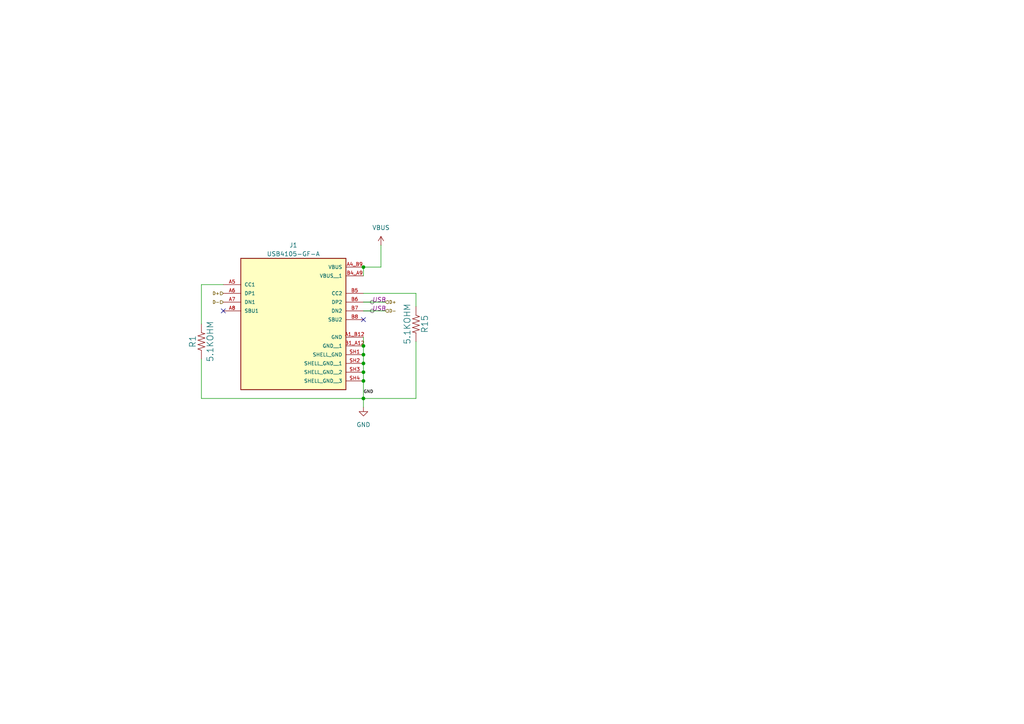
<source format=kicad_sch>
(kicad_sch (version 20231120) (generator "eeschema") (generator_version "8.0")
  (paper "A4")
  (lib_symbols
    (symbol "SparkFun_Qwiic_Micro_SAMD21E-eagle-import:10KOHM-0402-1/16W-1%"
      (property "Reference" "R" (at 0 1.524 0))
      (symbol "10KOHM-0402-1/16W-1%_1_0"
        (polyline (pts (xy -2.54 0) (xy -2.159 1.016)) (stroke (width 0.1524)))
        (polyline (pts (xy -2.159 1.016) (xy -1.524 -1.016)) (stroke (width 0.1524)))
        (polyline (pts (xy -1.524 -1.016) (xy -0.889 1.016)) (stroke (width 0.1524)))
        (polyline (pts (xy -0.889 1.016) (xy -0.254 -1.016)) (stroke (width 0.1524)))
        (polyline (pts (xy -0.254 -1.016) (xy 0.381 1.016)) (stroke (width 0.1524)))
        (polyline (pts (xy 0.381 1.016) (xy 1.016 -1.016)) (stroke (width 0.1524)))
        (polyline (pts (xy 1.016 -1.016) (xy 1.651 1.016)) (stroke (width 0.1524)))
        (polyline (pts (xy 1.651 1.016) (xy 2.286 -1.016)) (stroke (width 0.1524)))
        (polyline (pts (xy 2.286 -1.016) (xy 2.54 0)) (stroke (width 0.1524)))
        (pin passive line (at -5.08 0 0) (length 2.54) (name "1") (number "1"))
        (pin passive line (at 5.08 0 180) (length 2.54) (name "2") (number "2"))
      )
    )
    (symbol "USB4105-GF-A:USB4105-GF-A" (pin_names (offset 1.016))
      (property "Reference" "J" (at -15.24 13.97 0))
      (property "Value" "USB4105-GF-A" (at -15.24 -27.94 0))
      (symbol "USB4105-GF-A_0_0"
        (rectangle (start -15.24 -25.4) (end 15.24 12.7) (stroke (width 0.254)) (fill (type background)))
        (pin power_in line (at 20.32 -10.16 180) (length 5.08) (name "GND") (number "A1_B12"))
        (pin power_in line (at 20.32 10.16 180) (length 5.08) (name "VBUS") (number "A4_B9"))
        (pin bidirectional line (at -20.32 5.08 0) (length 5.08) (name "CC1") (number "A5"))
        (pin bidirectional line (at -20.32 2.54 0) (length 5.08) (name "DP1") (number "A6"))
        (pin bidirectional line (at -20.32 0 0) (length 5.08) (name "DN1") (number "A7"))
        (pin bidirectional line (at -20.32 -2.54 0) (length 5.08) (name "SBU1") (number "A8"))
        (pin power_in line (at 20.32 -12.7 180) (length 5.08) (name "GND__1") (number "B1_A12"))
        (pin power_in line (at 20.32 7.62 180) (length 5.08) (name "VBUS__1") (number "B4_A9"))
        (pin bidirectional line (at 20.32 2.54 180) (length 5.08) (name "CC2") (number "B5"))
        (pin bidirectional line (at 20.32 0 180) (length 5.08) (name "DP2") (number "B6"))
        (pin bidirectional line (at 20.32 -2.54 180) (length 5.08) (name "DN2") (number "B7"))
        (pin bidirectional line (at 20.32 -5.08 180) (length 5.08) (name "SBU2") (number "B8"))
        (pin power_in line (at 20.32 -15.24 180) (length 5.08) (name "SHELL_GND") (number "SH1"))
        (pin power_in line (at 20.32 -17.78 180) (length 5.08) (name "SHELL_GND__1") (number "SH2"))
        (pin power_in line (at 20.32 -20.32 180) (length 5.08) (name "SHELL_GND__2") (number "SH3"))
        (pin power_in line (at 20.32 -22.86 180) (length 5.08) (name "SHELL_GND__3") (number "SH4"))
      )
    )
    (symbol "power:GND" (power) (pin_names (offset 0))
      (property "Value" "GND" (at 0 -3.81 0))
      (symbol "GND_0_1"
        (polyline (pts (xy 0 0) (xy 0 -1.27) (xy 1.27 -1.27) (xy 0 -2.54) (xy -1.27 -1.27) (xy 0 -1.27)))
      )
      (symbol "GND_1_1"
        (pin power_in line (at 0 0 270) (length 0) hide (name "GND") (number "1"))
      )
    )
    (symbol "power:VBUS" (power) (pin_numbers hide) (pin_names (offset 0) hide)
      (property "Value" "VBUS" (at 0 3.556 0))
      (symbol "VBUS_0_1"
        (polyline (pts (xy -0.762 1.27) (xy 0 2.54)))
        (polyline (pts (xy 0 0) (xy 0 2.54)))
        (polyline (pts (xy 0 2.54) (xy 0.762 1.27)))
      )
      (symbol "VBUS_1_1"
        (pin power_in line (at 0 0 90) (length 0) (name "~") (number "1"))
      )
    )
  )
  (junction (at 105.41 115.57))
  (junction (at 105.41 105.41))
  (junction (at 105.41 110.49))
  (junction (at 105.41 107.95))
  (junction (at 105.41 102.87))
  (junction (at 105.41 100.33))
  (junction (at 105.41 77.47))
  (no_connect (at 64.77 90.17))
  (no_connect (at 105.41 92.71))
  (wire (pts (xy 105.41 107.95) (xy 105.41 110.49)))
  (wire (pts (xy 58.42 115.57) (xy 105.41 115.57)))
  (wire (pts (xy 105.41 100.33) (xy 105.41 102.87)))
  (wire (pts (xy 105.41 97.79) (xy 105.41 100.33)))
  (wire (pts (xy 105.41 77.47) (xy 105.41 80.01)))
  (wire (pts (xy 105.41 102.87) (xy 105.41 105.41)))
  (wire (pts (xy 58.42 93.98) (xy 58.42 82.55)))
  (wire (pts (xy 105.41 105.41) (xy 105.41 107.95)))
  (wire (pts (xy 58.42 82.55) (xy 64.77 82.55)))
  (wire (pts (xy 105.41 77.47) (xy 110.49 77.47)))
  (wire (pts (xy 105.41 85.09) (xy 120.65 85.09)))
  (wire (pts (xy 111.76 87.63) (xy 105.41 87.63)))
  (wire (pts (xy 58.42 104.14) (xy 58.42 115.57)))
  (wire (pts (xy 120.65 99.06) (xy 120.65 115.57)))
  (wire (pts (xy 105.41 110.49) (xy 105.41 115.57)))
  (wire (pts (xy 120.65 85.09) (xy 120.65 88.9)))
  (wire (pts (xy 120.65 115.57) (xy 105.41 115.57)))
  (wire (pts (xy 110.49 77.47) (xy 110.49 71.12)))
  (wire (pts (xy 111.76 90.17) (xy 105.41 90.17)))
  (wire (pts (xy 105.41 115.57) (xy 105.41 118.11)))
  (label "GND" (at 105.41 114.3 0) (effects (font (size 0.889 0.889))))
  (hierarchical_label "D+" (shape input) (at 111.76 87.63 0) (effects (font (size 0.889 0.889))))
  (hierarchical_label "D+" (shape input) (at 64.77 85.09 180) (effects (font (size 0.889 0.889))))
  (hierarchical_label "D-" (shape input) (at 111.76 90.17 0) (effects (font (size 0.889 0.889))))
  (hierarchical_label "D-" (shape input) (at 64.77 87.63 180) (effects (font (size 0.889 0.889))))
  (netclass_flag "" (length 2.54) (shape round) (at 105.41 90.17 270) (property "Netclass" "USB" (at 107.95 89.4715 0) (effects (font (italic yes)) (justify left))))
  (netclass_flag "" (length 2.54) (shape round) (at 105.41 87.63 270) (property "Netclass" "USB" (at 107.95 86.9315 0) (effects (font (italic yes)) (justify left))))
  (symbol (lib_id "SparkFun_Qwiic_Micro_SAMD21E-eagle-import:10KOHM-0402-1/16W-1%") (at 120.65 93.98 270) (unit 1)
    (property "Reference" "R15" (at 122.174 93.98 0) (effects (font (size 1.778 1.778)) (justify bottom)))
    (property "Value" "5.1KOHM" (at 119.126 93.98 0) (effects (font (size 1.778 1.778)) (justify top)))
    (property "Footprint" "Resistor_SMD:R_0805_2012Metric_Pad1.20x1.40mm_HandSolder" (effects (hide yes)))
    (property "Mouser Part Number" "603-RC0805JR-135K1L" (effects (hide yes)))
  )
  (symbol (lib_id "power:VBUS") (at 110.49 71.12 0) (unit 1)
    (property "Reference" "#PWR024" (effects (hide yes)))
    (property "Value" "VBUS" (at 110.49 66.04 0))
    (property "Description" "Power symbol creates a global label with name \"VBUS\"" (effects (hide yes)))
  )
  (symbol (lib_id "USB4105-GF-A:USB4105-GF-A") (at 85.09 87.63 0) (unit 1)
    (property "Reference" "J1" (at 85.09 71.12 0))
    (property "Value" "USB4105-GF-A" (at 85.09 73.66 0))
    (property "Footprint" "SnapEDA Library:GCT_USB4105-GF-A" (effects (hide yes)))
    (property "PARTREV" "B3" (effects (hide yes)))
    (property "MANUFACTURER" "Global Connector Technology" (effects (hide yes)))
    (property "MAXIMUM_PACKAGE_HEIGHT" "3.31mm" (effects (hide yes)))
    (property "STANDARD" "Manufacturer Recommendations" (effects (hide yes)))
    (property "Mouser Part Number" "640-USB4105-GF-A" (effects (hide yes)))
  )
  (symbol (lib_id "power:GND") (at 105.41 118.11 0) (unit 1)
    (property "Reference" "#PWR04" (effects (hide yes)))
    (property "Value" "GND" (at 105.41 123.19 0))
  )
  (symbol (lib_id "SparkFun_Qwiic_Micro_SAMD21E-eagle-import:10KOHM-0402-1/16W-1%") (at 58.42 99.06 90) (unit 1)
    (property "Reference" "R1" (at 56.896 99.06 0) (effects (font (size 1.778 1.778)) (justify bottom)))
    (property "Value" "5.1KOHM" (at 59.944 99.06 0) (effects (font (size 1.778 1.778)) (justify top)))
    (property "Footprint" "Resistor_SMD:R_0805_2012Metric_Pad1.20x1.40mm_HandSolder" (effects (hide yes)))
    (property "Mouser Part Number" "603-RC0805JR-135K1L" (effects (hide yes)))
  )
)
</source>
